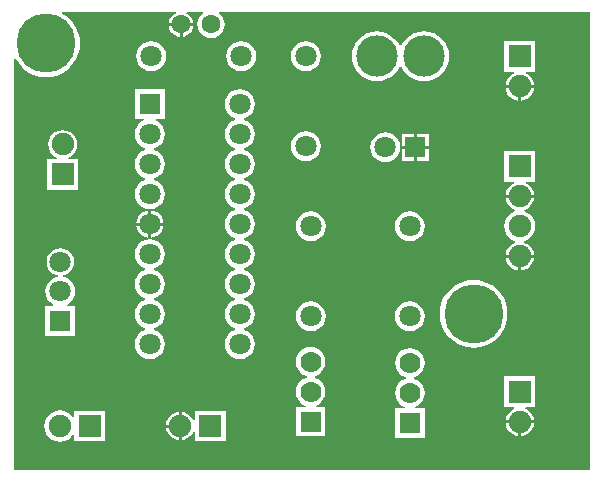
<source format=gtl>
G04 Layer_Physical_Order=1*
G04 Layer_Color=255*
%FSLAX24Y24*%
%MOIN*%
G70*
G01*
G75*
%ADD10C,0.1969*%
%ADD11C,0.0630*%
%ADD12R,0.0709X0.0709*%
%ADD13C,0.0709*%
%ADD14C,0.1378*%
%ADD15R,0.0709X0.0709*%
%ADD16R,0.0750X0.0750*%
%ADD17C,0.0750*%
%ADD18R,0.0750X0.0750*%
%ADD19C,0.0700*%
%ADD20R,0.0700X0.0700*%
G36*
X48969Y15991D02*
X29771D01*
Y29681D01*
X29820Y29690D01*
X29822Y29685D01*
X29914Y29534D01*
X30029Y29399D01*
X30164Y29285D01*
X30315Y29192D01*
X30478Y29124D01*
X30650Y29083D01*
X30827Y29069D01*
X31003Y29083D01*
X31175Y29124D01*
X31339Y29192D01*
X31490Y29285D01*
X31624Y29399D01*
X31739Y29534D01*
X31832Y29685D01*
X31899Y29848D01*
X31941Y30020D01*
X31955Y30197D01*
X31941Y30373D01*
X31899Y30545D01*
X31832Y30709D01*
X31739Y30860D01*
X31624Y30994D01*
X31490Y31109D01*
X31339Y31202D01*
X31333Y31204D01*
X31343Y31253D01*
X35141D01*
X35151Y31203D01*
X35118Y31189D01*
X35031Y31123D01*
X34964Y31036D01*
X34922Y30935D01*
X34915Y30877D01*
X35739D01*
X35731Y30935D01*
X35689Y31036D01*
X35623Y31123D01*
X35536Y31189D01*
X35503Y31203D01*
X35513Y31253D01*
X36053D01*
X36070Y31203D01*
X36002Y31151D01*
X35929Y31056D01*
X35884Y30946D01*
X35868Y30827D01*
X35884Y30708D01*
X35929Y30597D01*
X36002Y30502D01*
X36097Y30429D01*
X36208Y30384D01*
X36327Y30368D01*
X36446Y30384D01*
X36556Y30429D01*
X36651Y30502D01*
X36724Y30597D01*
X36770Y30708D01*
X36786Y30827D01*
X36770Y30946D01*
X36724Y31056D01*
X36651Y31151D01*
X36584Y31203D01*
X36601Y31253D01*
X48969D01*
Y15991D01*
D02*
G37*
%LPC*%
G36*
X42953Y21597D02*
X42824Y21580D01*
X42703Y21530D01*
X42600Y21451D01*
X42521Y21348D01*
X42471Y21227D01*
X42454Y21098D01*
X42471Y20969D01*
X42521Y20849D01*
X42600Y20746D01*
X42703Y20667D01*
X42824Y20617D01*
X42953Y20600D01*
X43082Y20617D01*
X43202Y20667D01*
X43305Y20746D01*
X43385Y20849D01*
X43434Y20969D01*
X43451Y21098D01*
X43434Y21227D01*
X43385Y21348D01*
X43305Y21451D01*
X43202Y21530D01*
X43082Y21580D01*
X42953Y21597D01*
D02*
G37*
G36*
X46564Y23052D02*
X46142D01*
X46151Y22978D01*
X46199Y22863D01*
X46275Y22764D01*
X46375Y22687D01*
X46490Y22640D01*
X46564Y22630D01*
Y23052D01*
D02*
G37*
G36*
X39646Y21597D02*
X39517Y21580D01*
X39396Y21530D01*
X39293Y21451D01*
X39214Y21348D01*
X39164Y21227D01*
X39147Y21098D01*
X39164Y20969D01*
X39214Y20849D01*
X39293Y20746D01*
X39396Y20667D01*
X39517Y20617D01*
X39646Y20600D01*
X39775Y20617D01*
X39895Y20667D01*
X39998Y20746D01*
X40077Y20849D01*
X40127Y20969D01*
X40144Y21098D01*
X40127Y21227D01*
X40077Y21348D01*
X39998Y21451D01*
X39895Y21530D01*
X39775Y21580D01*
X39646Y21597D01*
D02*
G37*
G36*
X31299Y23372D02*
X31181Y23356D01*
X31070Y23310D01*
X30975Y23237D01*
X30902Y23143D01*
X30857Y23032D01*
X30841Y22913D01*
X30857Y22795D01*
X30902Y22684D01*
X30975Y22589D01*
X31070Y22517D01*
X31181Y22471D01*
X31212Y22467D01*
Y22416D01*
X31170Y22411D01*
X31050Y22361D01*
X30947Y22282D01*
X30867Y22178D01*
X30818Y22058D01*
X30801Y21929D01*
X30818Y21800D01*
X30867Y21680D01*
X30947Y21577D01*
X31050Y21497D01*
X31070Y21489D01*
X31060Y21439D01*
X30805D01*
Y20451D01*
X31794D01*
Y21439D01*
X31539D01*
X31529Y21489D01*
X31549Y21497D01*
X31652Y21577D01*
X31731Y21680D01*
X31781Y21800D01*
X31798Y21929D01*
X31781Y22058D01*
X31731Y22178D01*
X31652Y22282D01*
X31549Y22361D01*
X31428Y22411D01*
X31387Y22416D01*
Y22467D01*
X31418Y22471D01*
X31528Y22517D01*
X31623Y22589D01*
X31696Y22684D01*
X31742Y22795D01*
X31757Y22913D01*
X31742Y23032D01*
X31696Y23143D01*
X31623Y23237D01*
X31528Y23310D01*
X31418Y23356D01*
X31299Y23372D01*
D02*
G37*
G36*
X45079Y22309D02*
X44902Y22295D01*
X44730Y22254D01*
X44567Y22186D01*
X44416Y22093D01*
X44281Y21979D01*
X44166Y21844D01*
X44074Y21693D01*
X44006Y21530D01*
X43965Y21358D01*
X43951Y21181D01*
X43965Y21005D01*
X44006Y20833D01*
X44074Y20669D01*
X44166Y20518D01*
X44281Y20384D01*
X44416Y20269D01*
X44567Y20176D01*
X44730Y20109D01*
X44902Y20067D01*
X45079Y20053D01*
X45255Y20067D01*
X45427Y20109D01*
X45591Y20176D01*
X45742Y20269D01*
X45876Y20384D01*
X45991Y20518D01*
X46084Y20669D01*
X46151Y20833D01*
X46193Y21005D01*
X46206Y21181D01*
X46193Y21358D01*
X46151Y21530D01*
X46084Y21693D01*
X45991Y21844D01*
X45876Y21979D01*
X45742Y22093D01*
X45591Y22186D01*
X45427Y22254D01*
X45255Y22295D01*
X45079Y22309D01*
D02*
G37*
G36*
X42953Y24597D02*
X42824Y24580D01*
X42703Y24530D01*
X42600Y24451D01*
X42521Y24348D01*
X42471Y24227D01*
X42454Y24098D01*
X42471Y23969D01*
X42521Y23849D01*
X42600Y23746D01*
X42703Y23667D01*
X42824Y23617D01*
X42953Y23600D01*
X43082Y23617D01*
X43202Y23667D01*
X43305Y23746D01*
X43385Y23849D01*
X43434Y23969D01*
X43451Y24098D01*
X43434Y24227D01*
X43385Y24348D01*
X43305Y24451D01*
X43202Y24530D01*
X43082Y24580D01*
X42953Y24597D01*
D02*
G37*
G36*
X34237Y24123D02*
X33836D01*
X33845Y24055D01*
X33891Y23944D01*
X33963Y23849D01*
X34058Y23776D01*
X34169Y23731D01*
X34237Y23722D01*
Y24123D01*
D02*
G37*
G36*
X39646Y24597D02*
X39517Y24580D01*
X39396Y24530D01*
X39293Y24451D01*
X39214Y24348D01*
X39164Y24227D01*
X39147Y24098D01*
X39164Y23969D01*
X39214Y23849D01*
X39293Y23746D01*
X39396Y23667D01*
X39517Y23617D01*
X39646Y23600D01*
X39775Y23617D01*
X39895Y23667D01*
X39998Y23746D01*
X40077Y23849D01*
X40127Y23969D01*
X40144Y24098D01*
X40127Y24227D01*
X40077Y24348D01*
X39998Y24451D01*
X39895Y24530D01*
X39775Y24580D01*
X39646Y24597D01*
D02*
G37*
G36*
X47087Y23052D02*
X46664D01*
Y22630D01*
X46738Y22640D01*
X46854Y22687D01*
X46953Y22764D01*
X47029Y22863D01*
X47077Y22978D01*
X47087Y23052D01*
D02*
G37*
G36*
Y25052D02*
X46142D01*
X46151Y24978D01*
X46199Y24863D01*
X46275Y24764D01*
X46375Y24687D01*
X46464Y24650D01*
X46462Y24597D01*
X46354Y24552D01*
X46247Y24470D01*
X46164Y24362D01*
X46112Y24237D01*
X46095Y24102D01*
X46112Y23968D01*
X46164Y23843D01*
X46247Y23735D01*
X46354Y23653D01*
X46462Y23608D01*
X46464Y23554D01*
X46375Y23517D01*
X46275Y23441D01*
X46199Y23342D01*
X46151Y23226D01*
X46142Y23152D01*
X47087D01*
X47077Y23226D01*
X47029Y23342D01*
X46953Y23441D01*
X46854Y23517D01*
X46764Y23554D01*
X46766Y23608D01*
X46874Y23653D01*
X46981Y23735D01*
X47064Y23843D01*
X47116Y23968D01*
X47134Y24102D01*
X47116Y24237D01*
X47064Y24362D01*
X46981Y24470D01*
X46874Y24552D01*
X46766Y24597D01*
X46764Y24650D01*
X46854Y24687D01*
X46953Y24764D01*
X47029Y24863D01*
X47077Y24978D01*
X47087Y25052D01*
D02*
G37*
G36*
X37287Y28672D02*
X37158Y28655D01*
X37038Y28605D01*
X36935Y28526D01*
X36856Y28423D01*
X36806Y28302D01*
X36789Y28173D01*
X36806Y28044D01*
X36856Y27924D01*
X36935Y27821D01*
X37038Y27741D01*
X37137Y27700D01*
Y27646D01*
X37038Y27605D01*
X36935Y27526D01*
X36856Y27423D01*
X36806Y27302D01*
X36789Y27173D01*
X36806Y27044D01*
X36856Y26924D01*
X36935Y26821D01*
X37038Y26741D01*
X37137Y26700D01*
Y26646D01*
X37038Y26605D01*
X36935Y26526D01*
X36856Y26423D01*
X36806Y26302D01*
X36789Y26173D01*
X36806Y26044D01*
X36856Y25924D01*
X36935Y25821D01*
X37038Y25741D01*
X37137Y25700D01*
Y25646D01*
X37038Y25605D01*
X36935Y25526D01*
X36856Y25423D01*
X36806Y25302D01*
X36789Y25173D01*
X36806Y25044D01*
X36856Y24924D01*
X36935Y24821D01*
X37038Y24741D01*
X37137Y24700D01*
Y24646D01*
X37038Y24605D01*
X36935Y24526D01*
X36856Y24423D01*
X36806Y24302D01*
X36789Y24173D01*
X36806Y24044D01*
X36856Y23924D01*
X36935Y23821D01*
X37038Y23741D01*
X37137Y23700D01*
Y23646D01*
X37038Y23605D01*
X36935Y23526D01*
X36856Y23423D01*
X36806Y23302D01*
X36789Y23173D01*
X36806Y23044D01*
X36856Y22924D01*
X36935Y22821D01*
X37038Y22741D01*
X37137Y22700D01*
Y22646D01*
X37038Y22605D01*
X36935Y22526D01*
X36856Y22423D01*
X36806Y22302D01*
X36789Y22173D01*
X36806Y22044D01*
X36856Y21924D01*
X36935Y21821D01*
X37038Y21741D01*
X37137Y21700D01*
Y21646D01*
X37038Y21605D01*
X36935Y21526D01*
X36856Y21423D01*
X36806Y21302D01*
X36789Y21173D01*
X36806Y21044D01*
X36856Y20924D01*
X36935Y20821D01*
X37038Y20741D01*
X37137Y20700D01*
Y20646D01*
X37038Y20605D01*
X36935Y20526D01*
X36856Y20423D01*
X36806Y20302D01*
X36789Y20173D01*
X36806Y20044D01*
X36856Y19924D01*
X36935Y19821D01*
X37038Y19741D01*
X37158Y19692D01*
X37287Y19675D01*
X37416Y19692D01*
X37537Y19741D01*
X37640Y19821D01*
X37719Y19924D01*
X37769Y20044D01*
X37786Y20173D01*
X37769Y20302D01*
X37719Y20423D01*
X37640Y20526D01*
X37537Y20605D01*
X37437Y20646D01*
Y20700D01*
X37537Y20741D01*
X37640Y20821D01*
X37719Y20924D01*
X37769Y21044D01*
X37786Y21173D01*
X37769Y21302D01*
X37719Y21423D01*
X37640Y21526D01*
X37537Y21605D01*
X37437Y21646D01*
Y21700D01*
X37537Y21741D01*
X37640Y21821D01*
X37719Y21924D01*
X37769Y22044D01*
X37786Y22173D01*
X37769Y22302D01*
X37719Y22423D01*
X37640Y22526D01*
X37537Y22605D01*
X37437Y22646D01*
Y22700D01*
X37537Y22741D01*
X37640Y22821D01*
X37719Y22924D01*
X37769Y23044D01*
X37786Y23173D01*
X37769Y23302D01*
X37719Y23423D01*
X37640Y23526D01*
X37537Y23605D01*
X37437Y23646D01*
Y23700D01*
X37537Y23741D01*
X37640Y23821D01*
X37719Y23924D01*
X37769Y24044D01*
X37786Y24173D01*
X37769Y24302D01*
X37719Y24423D01*
X37640Y24526D01*
X37537Y24605D01*
X37437Y24646D01*
Y24700D01*
X37537Y24741D01*
X37640Y24821D01*
X37719Y24924D01*
X37769Y25044D01*
X37786Y25173D01*
X37769Y25302D01*
X37719Y25423D01*
X37640Y25526D01*
X37537Y25605D01*
X37437Y25646D01*
Y25700D01*
X37537Y25741D01*
X37640Y25821D01*
X37719Y25924D01*
X37769Y26044D01*
X37786Y26173D01*
X37769Y26302D01*
X37719Y26423D01*
X37640Y26526D01*
X37537Y26605D01*
X37437Y26646D01*
Y26700D01*
X37537Y26741D01*
X37640Y26821D01*
X37719Y26924D01*
X37769Y27044D01*
X37786Y27173D01*
X37769Y27302D01*
X37719Y27423D01*
X37640Y27526D01*
X37537Y27605D01*
X37437Y27646D01*
Y27700D01*
X37537Y27741D01*
X37640Y27821D01*
X37719Y27924D01*
X37769Y28044D01*
X37786Y28173D01*
X37769Y28302D01*
X37719Y28423D01*
X37640Y28526D01*
X37537Y28605D01*
X37416Y28655D01*
X37287Y28672D01*
D02*
G37*
G36*
X39646Y20077D02*
X39518Y20060D01*
X39399Y20011D01*
X39296Y19932D01*
X39218Y19830D01*
X39168Y19711D01*
X39151Y19583D01*
X39168Y19455D01*
X39218Y19336D01*
X39296Y19233D01*
X39399Y19155D01*
X39510Y19109D01*
X39514Y19083D01*
X39510Y19057D01*
X39399Y19011D01*
X39296Y18932D01*
X39218Y18830D01*
X39168Y18711D01*
X39151Y18583D01*
X39168Y18455D01*
X39218Y18336D01*
X39296Y18233D01*
X39399Y18155D01*
X39476Y18123D01*
X39466Y18073D01*
X39156D01*
Y17093D01*
X40136D01*
Y18073D01*
X39825D01*
X39816Y18123D01*
X39893Y18155D01*
X39995Y18233D01*
X40074Y18336D01*
X40123Y18455D01*
X40140Y18583D01*
X40123Y18711D01*
X40074Y18830D01*
X39995Y18932D01*
X39893Y19011D01*
X39782Y19057D01*
X39777Y19083D01*
X39782Y19109D01*
X39893Y19155D01*
X39995Y19233D01*
X40074Y19336D01*
X40123Y19455D01*
X40140Y19583D01*
X40123Y19711D01*
X40074Y19830D01*
X39995Y19932D01*
X39893Y20011D01*
X39774Y20060D01*
X39646Y20077D01*
D02*
G37*
G36*
X46564Y17533D02*
X46142D01*
X46151Y17459D01*
X46199Y17343D01*
X46275Y17244D01*
X46375Y17168D01*
X46490Y17120D01*
X46564Y17110D01*
Y17533D01*
D02*
G37*
G36*
X42953Y20038D02*
X42825Y20021D01*
X42706Y19971D01*
X42603Y19893D01*
X42525Y19790D01*
X42475Y19671D01*
X42459Y19543D01*
X42475Y19415D01*
X42525Y19296D01*
X42603Y19194D01*
X42706Y19115D01*
X42817Y19069D01*
X42821Y19043D01*
X42817Y19017D01*
X42706Y18971D01*
X42603Y18893D01*
X42525Y18790D01*
X42475Y18671D01*
X42459Y18543D01*
X42475Y18415D01*
X42525Y18296D01*
X42603Y18194D01*
X42706Y18115D01*
X42783Y18083D01*
X42773Y18033D01*
X42463D01*
Y17053D01*
X43443D01*
Y18033D01*
X43133D01*
X43123Y18083D01*
X43200Y18115D01*
X43302Y18194D01*
X43381Y18296D01*
X43430Y18415D01*
X43447Y18543D01*
X43430Y18671D01*
X43381Y18790D01*
X43302Y18893D01*
X43200Y18971D01*
X43089Y19017D01*
X43084Y19043D01*
X43089Y19069D01*
X43200Y19115D01*
X43302Y19194D01*
X43381Y19296D01*
X43430Y19415D01*
X43447Y19543D01*
X43430Y19671D01*
X43381Y19790D01*
X43302Y19893D01*
X43200Y19971D01*
X43081Y20021D01*
X42953Y20038D01*
D02*
G37*
G36*
X31283Y17960D02*
X31149Y17943D01*
X31024Y17891D01*
X30916Y17808D01*
X30834Y17701D01*
X30782Y17575D01*
X30764Y17441D01*
X30782Y17306D01*
X30834Y17181D01*
X30916Y17074D01*
X31024Y16991D01*
X31149Y16939D01*
X31283Y16921D01*
X31418Y16939D01*
X31543Y16991D01*
X31651Y17074D01*
X31718Y17162D01*
X31768Y17145D01*
Y16926D01*
X32798D01*
Y17956D01*
X31768D01*
Y17737D01*
X31718Y17720D01*
X31651Y17808D01*
X31543Y17891D01*
X31418Y17943D01*
X31283Y17960D01*
D02*
G37*
G36*
X35249Y17391D02*
X34827D01*
X34836Y17317D01*
X34884Y17201D01*
X34960Y17102D01*
X35060Y17026D01*
X35175Y16978D01*
X35249Y16968D01*
Y17391D01*
D02*
G37*
G36*
X47129Y19098D02*
X46099D01*
Y18068D01*
X46413D01*
X46423Y18018D01*
X46375Y17998D01*
X46275Y17921D01*
X46199Y17822D01*
X46151Y17707D01*
X46142Y17633D01*
X47087D01*
X47077Y17707D01*
X47029Y17822D01*
X46953Y17921D01*
X46854Y17998D01*
X46805Y18018D01*
X46815Y18068D01*
X47129D01*
Y19098D01*
D02*
G37*
G36*
X34287Y23672D02*
X34282Y23671D01*
X34260D01*
Y23668D01*
X34158Y23655D01*
X34038Y23605D01*
X33935Y23526D01*
X33856Y23423D01*
X33806Y23302D01*
X33789Y23173D01*
X33806Y23044D01*
X33856Y22924D01*
X33935Y22821D01*
X34038Y22741D01*
X34137Y22700D01*
Y22646D01*
X34038Y22605D01*
X33935Y22526D01*
X33856Y22423D01*
X33806Y22302D01*
X33789Y22173D01*
X33806Y22044D01*
X33856Y21924D01*
X33935Y21821D01*
X34038Y21741D01*
X34137Y21700D01*
Y21646D01*
X34038Y21605D01*
X33935Y21526D01*
X33856Y21423D01*
X33806Y21302D01*
X33789Y21173D01*
X33806Y21044D01*
X33856Y20924D01*
X33935Y20821D01*
X34038Y20741D01*
X34137Y20700D01*
Y20646D01*
X34038Y20605D01*
X33935Y20526D01*
X33856Y20423D01*
X33806Y20302D01*
X33789Y20173D01*
X33806Y20044D01*
X33856Y19924D01*
X33935Y19821D01*
X34038Y19741D01*
X34158Y19692D01*
X34287Y19675D01*
X34416Y19692D01*
X34537Y19741D01*
X34640Y19821D01*
X34719Y19924D01*
X34769Y20044D01*
X34786Y20173D01*
X34769Y20302D01*
X34719Y20423D01*
X34640Y20526D01*
X34537Y20605D01*
X34437Y20646D01*
Y20700D01*
X34537Y20741D01*
X34640Y20821D01*
X34719Y20924D01*
X34769Y21044D01*
X34786Y21173D01*
X34769Y21302D01*
X34719Y21423D01*
X34640Y21526D01*
X34537Y21605D01*
X34437Y21646D01*
Y21700D01*
X34537Y21741D01*
X34640Y21821D01*
X34719Y21924D01*
X34769Y22044D01*
X34786Y22173D01*
X34769Y22302D01*
X34719Y22423D01*
X34640Y22526D01*
X34537Y22605D01*
X34437Y22646D01*
Y22700D01*
X34537Y22741D01*
X34640Y22821D01*
X34719Y22924D01*
X34769Y23044D01*
X34786Y23173D01*
X34769Y23302D01*
X34719Y23423D01*
X34640Y23526D01*
X34537Y23605D01*
X34416Y23655D01*
X34315Y23668D01*
Y23671D01*
X34293D01*
X34287Y23672D01*
D02*
G37*
G36*
X36814Y17956D02*
X35784D01*
Y17642D01*
X35734Y17632D01*
X35714Y17680D01*
X35638Y17780D01*
X35539Y17856D01*
X35423Y17904D01*
X35349Y17913D01*
Y17441D01*
Y16968D01*
X35423Y16978D01*
X35539Y17026D01*
X35638Y17102D01*
X35714Y17201D01*
X35734Y17250D01*
X35784Y17240D01*
Y16926D01*
X36814D01*
Y17956D01*
D02*
G37*
G36*
X47087Y17533D02*
X46664D01*
Y17110D01*
X46738Y17120D01*
X46854Y17168D01*
X46953Y17244D01*
X47029Y17343D01*
X47077Y17459D01*
X47087Y17533D01*
D02*
G37*
G36*
X35249Y17913D02*
X35175Y17904D01*
X35060Y17856D01*
X34960Y17780D01*
X34884Y17680D01*
X34836Y17565D01*
X34827Y17491D01*
X35249D01*
Y17913D01*
D02*
G37*
G36*
X47129Y30279D02*
X46099D01*
Y29249D01*
X46413D01*
X46423Y29199D01*
X46375Y29179D01*
X46275Y29103D01*
X46199Y29003D01*
X46151Y28888D01*
X46142Y28814D01*
X47087D01*
X47077Y28888D01*
X47029Y29003D01*
X46953Y29103D01*
X46854Y29179D01*
X46805Y29199D01*
X46815Y29249D01*
X47129D01*
Y30279D01*
D02*
G37*
G36*
X34327Y30262D02*
X34198Y30245D01*
X34077Y30196D01*
X33974Y30116D01*
X33895Y30013D01*
X33845Y29893D01*
X33828Y29764D01*
X33845Y29635D01*
X33895Y29514D01*
X33974Y29411D01*
X34077Y29332D01*
X34198Y29282D01*
X34327Y29265D01*
X34456Y29282D01*
X34576Y29332D01*
X34679Y29411D01*
X34759Y29514D01*
X34808Y29635D01*
X34825Y29764D01*
X34808Y29893D01*
X34759Y30013D01*
X34679Y30116D01*
X34576Y30196D01*
X34456Y30245D01*
X34327Y30262D01*
D02*
G37*
G36*
X47087Y28714D02*
X46664D01*
Y28291D01*
X46738Y28301D01*
X46854Y28349D01*
X46953Y28425D01*
X47029Y28524D01*
X47077Y28640D01*
X47087Y28714D01*
D02*
G37*
G36*
X43592Y27187D02*
X43188D01*
Y26782D01*
X43592D01*
Y27187D01*
D02*
G37*
G36*
X46564Y28714D02*
X46142D01*
X46151Y28640D01*
X46199Y28524D01*
X46275Y28425D01*
X46375Y28349D01*
X46490Y28301D01*
X46564Y28291D01*
Y28714D01*
D02*
G37*
G36*
X35277Y30777D02*
X34915D01*
X34922Y30718D01*
X34964Y30618D01*
X35031Y30531D01*
X35118Y30464D01*
X35218Y30422D01*
X35277Y30415D01*
Y30777D01*
D02*
G37*
G36*
X35739D02*
X35377D01*
Y30415D01*
X35435Y30422D01*
X35536Y30464D01*
X35623Y30531D01*
X35689Y30618D01*
X35731Y30718D01*
X35739Y30777D01*
D02*
G37*
G36*
X43425Y30597D02*
X43263Y30581D01*
X43106Y30533D01*
X42962Y30456D01*
X42836Y30353D01*
X42733Y30227D01*
X42665Y30100D01*
X42663Y30100D01*
X42612D01*
X42610Y30100D01*
X42543Y30227D01*
X42439Y30353D01*
X42313Y30456D01*
X42169Y30533D01*
X42013Y30581D01*
X41850Y30597D01*
X41688Y30581D01*
X41532Y30533D01*
X41388Y30456D01*
X41261Y30353D01*
X41158Y30227D01*
X41081Y30083D01*
X41033Y29926D01*
X41017Y29764D01*
X41033Y29601D01*
X41081Y29445D01*
X41158Y29301D01*
X41261Y29175D01*
X41388Y29071D01*
X41532Y28994D01*
X41688Y28947D01*
X41850Y28931D01*
X42013Y28947D01*
X42169Y28994D01*
X42313Y29071D01*
X42439Y29175D01*
X42543Y29301D01*
X42610Y29427D01*
X42612Y29428D01*
X42663D01*
X42665Y29427D01*
X42733Y29301D01*
X42836Y29175D01*
X42962Y29071D01*
X43106Y28994D01*
X43263Y28947D01*
X43425Y28931D01*
X43588Y28947D01*
X43744Y28994D01*
X43888Y29071D01*
X44014Y29175D01*
X44118Y29301D01*
X44195Y29445D01*
X44242Y29601D01*
X44258Y29764D01*
X44242Y29926D01*
X44195Y30083D01*
X44118Y30227D01*
X44014Y30353D01*
X43888Y30456D01*
X43744Y30533D01*
X43588Y30581D01*
X43425Y30597D01*
D02*
G37*
G36*
X37327Y30262D02*
X37198Y30245D01*
X37077Y30196D01*
X36974Y30116D01*
X36895Y30013D01*
X36845Y29893D01*
X36828Y29764D01*
X36845Y29635D01*
X36895Y29514D01*
X36974Y29411D01*
X37077Y29332D01*
X37198Y29282D01*
X37327Y29265D01*
X37456Y29282D01*
X37576Y29332D01*
X37679Y29411D01*
X37759Y29514D01*
X37808Y29635D01*
X37825Y29764D01*
X37808Y29893D01*
X37759Y30013D01*
X37679Y30116D01*
X37576Y30196D01*
X37456Y30245D01*
X37327Y30262D01*
D02*
G37*
G36*
X39488Y30266D02*
X39359Y30249D01*
X39239Y30200D01*
X39136Y30120D01*
X39056Y30017D01*
X39007Y29897D01*
X38990Y29768D01*
X39007Y29639D01*
X39056Y29518D01*
X39136Y29415D01*
X39239Y29336D01*
X39359Y29286D01*
X39488Y29269D01*
X39617Y29286D01*
X39737Y29336D01*
X39841Y29415D01*
X39920Y29518D01*
X39970Y29639D01*
X39987Y29768D01*
X39970Y29897D01*
X39920Y30017D01*
X39841Y30120D01*
X39737Y30200D01*
X39617Y30249D01*
X39488Y30266D01*
D02*
G37*
G36*
X43088Y27187D02*
X42683D01*
Y26804D01*
X42680Y26782D01*
X43088D01*
Y27187D01*
D02*
G37*
G36*
X34782Y28668D02*
X33793D01*
Y27679D01*
X34086D01*
X34096Y27629D01*
X34038Y27605D01*
X33935Y27526D01*
X33856Y27423D01*
X33806Y27302D01*
X33789Y27173D01*
X33806Y27044D01*
X33856Y26924D01*
X33935Y26821D01*
X34038Y26741D01*
X34137Y26700D01*
Y26646D01*
X34038Y26605D01*
X33935Y26526D01*
X33856Y26423D01*
X33806Y26302D01*
X33789Y26173D01*
X33806Y26044D01*
X33856Y25924D01*
X33935Y25821D01*
X34038Y25741D01*
X34137Y25700D01*
Y25646D01*
X34038Y25605D01*
X33935Y25526D01*
X33856Y25423D01*
X33806Y25302D01*
X33789Y25173D01*
X33806Y25044D01*
X33856Y24924D01*
X33935Y24821D01*
X34038Y24741D01*
X34158Y24692D01*
X34260Y24678D01*
Y24675D01*
X34282D01*
X34287Y24675D01*
X34293Y24675D01*
X34315D01*
Y24678D01*
X34416Y24692D01*
X34537Y24741D01*
X34640Y24821D01*
X34719Y24924D01*
X34769Y25044D01*
X34786Y25173D01*
X34769Y25302D01*
X34719Y25423D01*
X34640Y25526D01*
X34537Y25605D01*
X34437Y25646D01*
Y25700D01*
X34537Y25741D01*
X34640Y25821D01*
X34719Y25924D01*
X34769Y26044D01*
X34786Y26173D01*
X34769Y26302D01*
X34719Y26423D01*
X34640Y26526D01*
X34537Y26605D01*
X34437Y26646D01*
Y26700D01*
X34537Y26741D01*
X34640Y26821D01*
X34719Y26924D01*
X34769Y27044D01*
X34786Y27173D01*
X34769Y27302D01*
X34719Y27423D01*
X34640Y27526D01*
X34537Y27605D01*
X34479Y27629D01*
X34489Y27679D01*
X34782D01*
Y28668D01*
D02*
G37*
G36*
X47129Y26617D02*
X46099D01*
Y25587D01*
X46413D01*
X46423Y25537D01*
X46375Y25517D01*
X46275Y25441D01*
X46199Y25342D01*
X46151Y25226D01*
X46142Y25152D01*
X47087D01*
X47077Y25226D01*
X47029Y25342D01*
X46953Y25441D01*
X46854Y25517D01*
X46805Y25537D01*
X46815Y25587D01*
X47129D01*
Y26617D01*
D02*
G37*
G36*
X34337Y24625D02*
Y24223D01*
X34739D01*
X34730Y24292D01*
X34684Y24402D01*
X34611Y24497D01*
X34517Y24570D01*
X34406Y24616D01*
X34337Y24625D01*
D02*
G37*
G36*
X34739Y24123D02*
X34337D01*
Y23722D01*
X34406Y23731D01*
X34517Y23776D01*
X34611Y23849D01*
X34684Y23944D01*
X34730Y24055D01*
X34739Y24123D01*
D02*
G37*
G36*
X34237Y24625D02*
X34169Y24616D01*
X34058Y24570D01*
X33963Y24497D01*
X33891Y24402D01*
X33845Y24292D01*
X33836Y24223D01*
X34237D01*
Y24625D01*
D02*
G37*
G36*
X43592Y26682D02*
X43188D01*
Y26278D01*
X43592D01*
Y26682D01*
D02*
G37*
G36*
X42138Y27231D02*
X42009Y27214D01*
X41888Y27164D01*
X41785Y27085D01*
X41706Y26982D01*
X41656Y26861D01*
X41639Y26732D01*
X41656Y26603D01*
X41706Y26483D01*
X41785Y26380D01*
X41888Y26300D01*
X42009Y26251D01*
X42138Y26234D01*
X42267Y26251D01*
X42387Y26300D01*
X42490Y26380D01*
X42570Y26483D01*
X42619Y26603D01*
X42633Y26706D01*
X42633Y26710D01*
X42633Y26710D01*
X42636Y26732D01*
X42633Y26755D01*
X42633Y26755D01*
X42633Y26759D01*
X42619Y26861D01*
X42570Y26982D01*
X42490Y27085D01*
X42387Y27164D01*
X42267Y27214D01*
X42138Y27231D01*
D02*
G37*
G36*
X43088Y26682D02*
X42680D01*
X42683Y26660D01*
Y26278D01*
X43088D01*
Y26682D01*
D02*
G37*
G36*
X31378Y27306D02*
X31254Y27290D01*
X31138Y27242D01*
X31039Y27166D01*
X30963Y27066D01*
X30915Y26951D01*
X30899Y26827D01*
X30915Y26703D01*
X30963Y26587D01*
X31039Y26488D01*
X31138Y26412D01*
X31187Y26392D01*
X31177Y26342D01*
X30863D01*
Y25312D01*
X31893D01*
Y26342D01*
X31579D01*
X31569Y26392D01*
X31618Y26412D01*
X31717Y26488D01*
X31793Y26587D01*
X31841Y26703D01*
X31857Y26827D01*
X31841Y26951D01*
X31793Y27066D01*
X31717Y27166D01*
X31618Y27242D01*
X31502Y27290D01*
X31378Y27306D01*
D02*
G37*
G36*
X39488Y27266D02*
X39359Y27249D01*
X39239Y27200D01*
X39136Y27120D01*
X39056Y27017D01*
X39007Y26897D01*
X38990Y26768D01*
X39007Y26639D01*
X39056Y26518D01*
X39136Y26415D01*
X39239Y26336D01*
X39359Y26286D01*
X39488Y26269D01*
X39617Y26286D01*
X39737Y26336D01*
X39841Y26415D01*
X39920Y26518D01*
X39970Y26639D01*
X39987Y26768D01*
X39970Y26897D01*
X39920Y27017D01*
X39841Y27120D01*
X39737Y27200D01*
X39617Y27249D01*
X39488Y27266D01*
D02*
G37*
%LPD*%
D10*
X45079Y21181D02*
D03*
X30827Y30197D02*
D03*
D11*
X36327Y30827D02*
D03*
X35327D02*
D03*
D12*
X43138Y26732D02*
D03*
D13*
X42138D02*
D03*
X39488Y26768D02*
D03*
Y29768D02*
D03*
X37287Y21173D02*
D03*
Y20173D02*
D03*
X34287D02*
D03*
X37287Y22173D02*
D03*
Y23173D02*
D03*
Y24173D02*
D03*
X34287Y27173D02*
D03*
Y26173D02*
D03*
Y25173D02*
D03*
Y21173D02*
D03*
Y22173D02*
D03*
Y23173D02*
D03*
Y24173D02*
D03*
X37287Y26173D02*
D03*
Y25173D02*
D03*
Y27173D02*
D03*
Y28173D02*
D03*
X37327Y29764D02*
D03*
X34327D02*
D03*
X31299Y22913D02*
D03*
Y21929D02*
D03*
X39646Y24098D02*
D03*
Y21098D02*
D03*
X42953Y24098D02*
D03*
Y21098D02*
D03*
D14*
X41850Y29764D02*
D03*
X43425D02*
D03*
D15*
X34287Y28173D02*
D03*
X31299Y20945D02*
D03*
D16*
X46614Y29764D02*
D03*
X31378Y25827D02*
D03*
X46614Y26102D02*
D03*
Y18583D02*
D03*
D17*
Y28764D02*
D03*
X31283Y17441D02*
D03*
X31378Y26827D02*
D03*
X46614Y25102D02*
D03*
Y24102D02*
D03*
Y23102D02*
D03*
X35299Y17441D02*
D03*
X46614Y17583D02*
D03*
D18*
X32283Y17441D02*
D03*
X36299D02*
D03*
D19*
X39646Y19583D02*
D03*
Y18583D02*
D03*
X42953Y19543D02*
D03*
Y18543D02*
D03*
D20*
X39646Y17583D02*
D03*
X42953Y17543D02*
D03*
M02*

</source>
